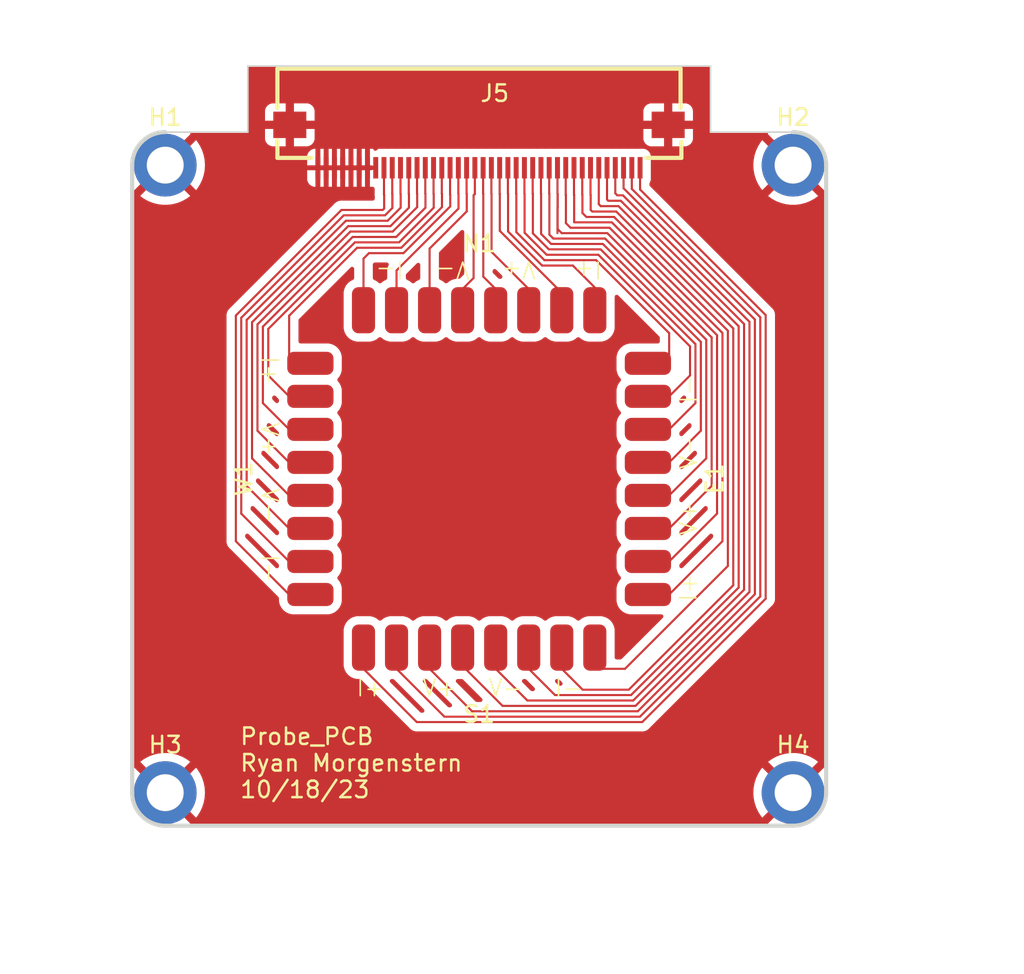
<source format=kicad_pcb>
(kicad_pcb (version 20221018) (generator pcbnew)
  (layers (0 "F.Cu" signal) (31 "B.Cu" signal) (34 "B.Paste" user) (35 "F.Paste" user) (36 "B.SilkS" user "B.Silkscreen") (37 "F.SilkS" user "F.Silkscreen") (38 "B.Mask" user) (39 "F.Mask" user) (44 "Edge.Cuts" user))
  (net 0 "")
  (net 1 "/S_I+")
  (net 2 "/S_V+")
  (net 3 "/S_V-")
  (net 4 "/S_I-")
  (net 5 "/E_I+")
  (net 6 "/E_V+")
  (net 7 "/E_V-")
  (net 8 "/E_I-")
  (net 9 "/W_I+")
  (net 10 "/W_V+")
  (net 11 "/W_V-")
  (net 12 "/W_I-")
  (net 13 "/N_I+")
  (net 14 "/N_V+")
  (net 15 "/N_V-")
  (net 16 "/N_I-")
  (net 17 "Net-(E1-Pin_2)")
  (net 18 "Net-(E1-Pin_4)")
  (net 19 "Net-(E1-Pin_6)")
  (net 20 "Net-(E1-Pin_8)")
  (net 21 "Net-(J5-Pin_18)")
  (net 22 "Net-(J5-Pin_20)")
  (net 23 "Net-(J5-Pin_22)")
  (net 24 "Net-(J5-Pin_24)")
  (net 25 "Net-(J5-Pin_2)")
  (net 26 "Net-(J5-Pin_4)")
  (net 27 "Net-(J5-Pin_6)")
  (net 28 "Net-(J5-Pin_8)")
  (net 29 "GND")
  (net 30 "Net-(J5-Pin_26)")
  (net 31 "Net-(J5-Pin_28)")
  (net 32 "Net-(J5-Pin_30)")
  (net 33 "Net-(J5-Pin_32)")
  (footprint "MountingHole:MountingHole_2.2mm_M2_DIN965_Pad" (layer "F.Cu") (at 19 -19)
    (fp_text reference "H2" (at 0 -2.9) (layer "F.SilkS"))
    (fp_text value "MountingHole_Pad")
    (pad "1" thru_hole circle (at 0 0) (size 3.8 3.8) (drill 2.2) (layers "*.Cu" "*.Mask") (net 29 "GND"))
  )
  (footprint "0_led_probe_footprint_lib:wirebond_8x_0.6x2cm" (layer "F.Cu") (at 0 0)
    (fp_text reference "S1" (at 0 14.25) (layer "F.SilkS"))
    (fp_text value "Conn_01x08")
    (fp_text user "V+" (at -3.5 13.25 unlocked) (layer "F.SilkS") (effects (font (thickness 0.1)) (justify left bottom)))
    (fp_text user "I-" (at 4.5 13.25 unlocked) (layer "F.SilkS") (effects (font (thickness 0.1)) (justify left bottom)))
    (fp_text user "I+" (at -7.5 13.25 unlocked) (layer "F.SilkS") (effects (font (thickness 0.1)) (justify left bottom)))
    (fp_text user "V-" (at 0.5 13.25 unlocked) (layer "F.SilkS") (effects (font (thickness 0.1)) (justify left bottom)))
    (pad "1" smd roundrect (at -7 10.2145) (size 1.4 2.8) (layers "F.Cu" "F.Paste" "F.Mask") (roundrect_rratio 0.2857142857) (net 1 "/S_I+"))
    (pad "2" smd roundrect (at -5 10.2145) (size 1.4 2.8) (layers "F.Cu" "F.Paste" "F.Mask") (roundrect_rratio 0.2857142857) (net 25 "Net-(J5-Pin_2)"))
    (pad "3" smd roundrect (at -3 10.2145) (size 1.4 2.8) (layers "F.Cu" "F.Paste" "F.Mask") (roundrect_rratio 0.2857142857) (net 2 "/S_V+"))
    (pad "4" smd roundrect (at -1 10.2145) (size 1.4 2.8) (layers "F.Cu" "F.Paste" "F.Mask") (roundrect_rratio 0.2857142857) (net 26 "Net-(J5-Pin_4)"))
    (pad "5" smd roundrect (at 1 10.2145) (size 1.4 2.8) (layers "F.Cu" "F.Paste" "F.Mask") (roundrect_rratio 0.2857142857) (net 3 "/S_V-"))
    (pad "6" smd roundrect (at 3 10.2145) (size 1.4 2.8) (layers "F.Cu" "F.Paste" "F.Mask") (roundrect_rratio 0.2857142857) (net 27 "Net-(J5-Pin_6)"))
    (pad "7" smd roundrect (at 5 10.2145) (size 1.4 2.8) (layers "F.Cu" "F.Paste" "F.Mask") (roundrect_rratio 0.2857142857) (net 4 "/S_I-"))
    (pad "8" smd roundrect (at 7 10.2145) (size 1.4 2.8) (layers "F.Cu" "F.Paste" "F.Mask") (roundrect_rratio 0.2857142857) (net 28 "Net-(J5-Pin_8)"))
  )
  (footprint "0_led_probe_footprint_lib:wirebond_8x_0.6x2cm" (layer "F.Cu") (at 0 0 90)
    (fp_text reference "E1" (at 0 14.25 90) (layer "F.SilkS"))
    (fp_text value "Conn_01x08")
    (fp_text user "I-" (at 4.5 13.25 90 unlocked) (layer "F.SilkS") (effects (font (thickness 0.1)) (justify left bottom)))
    (fp_text user "V-" (at 0.5 13.25 90 unlocked) (layer "F.SilkS") (effects (font (thickness 0.1)) (justify left bottom)))
    (fp_text user "V+" (at -3.5 13.25 90 unlocked) (layer "F.SilkS") (effects (font (thickness 0.1)) (justify left bottom)))
    (fp_text user "I+" (at -7.5 13.25 90 unlocked) (layer "F.SilkS") (effects (font (thickness 0.1)) (justify left bottom)))
    (pad "1" smd roundrect (at -7 10.2145 90) (size 1.4 2.8) (layers "F.Cu" "F.Paste" "F.Mask") (roundrect_rratio 0.2857142857) (net 5 "/E_I+"))
    (pad "2" smd roundrect (at -5 10.2145 90) (size 1.4 2.8) (layers "F.Cu" "F.Paste" "F.Mask") (roundrect_rratio 0.2857142857) (net 17 "Net-(E1-Pin_2)"))
    (pad "3" smd roundrect (at -3 10.2145 90) (size 1.4 2.8) (layers "F.Cu" "F.Paste" "F.Mask") (roundrect_rratio 0.2857142857) (net 6 "/E_V+"))
    (pad "4" smd roundrect (at -1 10.2145 90) (size 1.4 2.8) (layers "F.Cu" "F.Paste" "F.Mask") (roundrect_rratio 0.2857142857) (net 18 "Net-(E1-Pin_4)"))
    (pad "5" smd roundrect (at 1 10.2145 90) (size 1.4 2.8) (layers "F.Cu" "F.Paste" "F.Mask") (roundrect_rratio 0.2857142857) (net 7 "/E_V-"))
    (pad "6" smd roundrect (at 3 10.2145 90) (size 1.4 2.8) (layers "F.Cu" "F.Paste" "F.Mask") (roundrect_rratio 0.2857142857) (net 19 "Net-(E1-Pin_6)"))
    (pad "7" smd roundrect (at 5 10.2145 90) (size 1.4 2.8) (layers "F.Cu" "F.Paste" "F.Mask") (roundrect_rratio 0.2857142857) (net 8 "/E_I-"))
    (pad "8" smd roundrect (at 7 10.2145 90) (size 1.4 2.8) (layers "F.Cu" "F.Paste" "F.Mask") (roundrect_rratio 0.2857142857) (net 20 "Net-(E1-Pin_8)"))
  )
  (footprint "0_led_probe_footprint_lib:wirebond_8x_0.6x2cm" (layer "F.Cu") (at 0 0 -90)
    (fp_text reference "W1" (at 0 14.25 -90) (layer "F.SilkS"))
    (fp_text value "Conn_01x08")
    (fp_text user "V+" (at -3.5 13.25 -90 unlocked) (layer "F.SilkS") (effects (font (thickness 0.1)) (justify left bottom)))
    (fp_text user "V-" (at 0.5 13.25 -90 unlocked) (layer "F.SilkS") (effects (font (thickness 0.1)) (justify left bottom)))
    (fp_text user "I+" (at -7.5 13.25 -90 unlocked) (layer "F.SilkS") (effects (font (thickness 0.1)) (justify left bottom)))
    (fp_text user "I-" (at 4.5 13.25 -90 unlocked) (layer "F.SilkS") (effects (font (thickness 0.1)) (justify left bottom)))
    (pad "1" smd roundrect (at -7 10.2145 270) (size 1.4 2.8) (layers "F.Cu" "F.Paste" "F.Mask") (roundrect_rratio 0.2857142857) (net 9 "/W_I+"))
    (pad "2" smd roundrect (at -5 10.2145 270) (size 1.4 2.8) (layers "F.Cu" "F.Paste" "F.Mask") (roundrect_rratio 0.2857142857) (net 30 "Net-(J5-Pin_26)"))
    (pad "3" smd roundrect (at -3 10.2145 270) (size 1.4 2.8) (layers "F.Cu" "F.Paste" "F.Mask") (roundrect_rratio 0.2857142857) (net 10 "/W_V+"))
    (pad "4" smd roundrect (at -1 10.2145 270) (size 1.4 2.8) (layers "F.Cu" "F.Paste" "F.Mask") (roundrect_rratio 0.2857142857) (net 31 "Net-(J5-Pin_28)"))
    (pad "5" smd roundrect (at 1 10.2145 270) (size 1.4 2.8) (layers "F.Cu" "F.Paste" "F.Mask") (roundrect_rratio 0.2857142857) (net 11 "/W_V-"))
    (pad "6" smd roundrect (at 3 10.2145 270) (size 1.4 2.8) (layers "F.Cu" "F.Paste" "F.Mask") (roundrect_rratio 0.2857142857) (net 32 "Net-(J5-Pin_30)"))
    (pad "7" smd roundrect (at 5 10.2145 270) (size 1.4 2.8) (layers "F.Cu" "F.Paste" "F.Mask") (roundrect_rratio 0.2857142857) (net 12 "/W_I-"))
    (pad "8" smd roundrect (at 7 10.2145 270) (size 1.4 2.8) (layers "F.Cu" "F.Paste" "F.Mask") (roundrect_rratio 0.2857142857) (net 33 "Net-(J5-Pin_32)"))
  )
  (footprint "0_led_probe_footprint_lib:wirebond_8x_0.6x2cm" (layer "F.Cu") (at 0 0 180)
    (fp_text reference "N1" (at 0 14.25 180) (layer "F.SilkS"))
    (fp_text value "Conn_01x08")
    (fp_text user "I+" (at -7.5 13.25 180 unlocked) (layer "F.SilkS") (effects (font (thickness 0.1)) (justify left bottom)))
    (fp_text user "I-" (at 4.5 13.25 180 unlocked) (layer "F.SilkS") (effects (font (thickness 0.1)) (justify left bottom)))
    (fp_text user "V+" (at -3.5 13.25 180 unlocked) (layer "F.SilkS") (effects (font (thickness 0.1)) (justify left bottom)))
    (fp_text user "V-" (at 0.5 13.25 180 unlocked) (layer "F.SilkS") (effects (font (thickness 0.1)) (justify left bottom)))
    (pad "1" smd roundrect (at -7 10.2145 180) (size 1.4 2.8) (layers "F.Cu" "F.Paste" "F.Mask") (roundrect_rratio 0.2857142857) (net 13 "/N_I+"))
    (pad "2" smd roundrect (at -5 10.2145 180) (size 1.4 2.8) (layers "F.Cu" "F.Paste" "F.Mask") (roundrect_rratio 0.2857142857) (net 21 "Net-(J5-Pin_18)"))
    (pad "3" smd roundrect (at -3 10.2145 180) (size 1.4 2.8) (layers "F.Cu" "F.Paste" "F.Mask") (roundrect_rratio 0.2857142857) (net 14 "/N_V+"))
    (pad "4" smd roundrect (at -1 10.2145 180) (size 1.4 2.8) (layers "F.Cu" "F.Paste" "F.Mask") (roundrect_rratio 0.2857142857) (net 22 "Net-(J5-Pin_20)"))
    (pad "5" smd roundrect (at 1 10.2145 180) (size 1.4 2.8) (layers "F.Cu" "F.Paste" "F.Mask") (roundrect_rratio 0.2857142857) (net 15 "/N_V-"))
    (pad "6" smd roundrect (at 3 10.2145 180) (size 1.4 2.8) (layers "F.Cu" "F.Paste" "F.Mask") (roundrect_rratio 0.2857142857) (net 23 "Net-(J5-Pin_22)"))
    (pad "7" smd roundrect (at 5 10.2145 180) (size 1.4 2.8) (layers "F.Cu" "F.Paste" "F.Mask") (roundrect_rratio 0.2857142857) (net 16 "/N_I-"))
    (pad "8" smd roundrect (at 7 10.2145 180) (size 1.4 2.8) (layers "F.Cu" "F.Paste" "F.Mask") (roundrect_rratio 0.2857142857) (net 24 "Net-(J5-Pin_24)"))
  )
  (footprint "MountingHole:MountingHole_2.2mm_M2_DIN965_Pad" (layer "F.Cu") (at 19 19)
    (fp_text reference "H4" (at 0 -2.9) (layer "F.SilkS"))
    (fp_text value "MountingHole_Pad")
    (pad "1" thru_hole circle (at 0 0) (size 3.8 3.8) (drill 2.2) (layers "*.Cu" "*.Mask") (net 29 "GND"))
  )
  (footprint "MountingHole:MountingHole_2.2mm_M2_DIN965_Pad" (layer "F.Cu") (at -19 19)
    (fp_text reference "H3" (at 0 -2.9) (layer "F.SilkS"))
    (fp_text value "MountingHole_Pad")
    (pad "1" thru_hole circle (at 0 0) (size 3.8 3.8) (drill 2.2) (layers "*.Cu" "*.Mask") (net 29 "GND"))
  )
  (footprint "MountingHole:MountingHole_2.2mm_M2_DIN965_Pad" (layer "F.Cu") (at -19 -19)
    (fp_text reference "H1" (at 0 -2.9) (layer "F.SilkS"))
    (fp_text value "MountingHole_Pad")
    (pad "1" thru_hole circle (at 0 0) (size 3.8 3.8) (drill 2.2) (layers "*.Cu" "*.Mask") (net 29 "GND"))
  )
  (footprint "0_led_probe_footprint_lib:FPC-SMD_P0.50-40P_FGS-XJ-H2.0" (layer "F.Cu") (at -0.01 -20.14)
    (fp_text reference "J5" (at 0 -3.207) (layer "F.SilkS") (effects (justify left)))
    (fp_text value "Conn_01x40")
    (fp_line (start -12.2 -4.7) (end 12.2 -4.7) (stroke (width 0.254)) (layer "F.SilkS"))
    (fp_line (start -12.2 -2.331) (end -12.2 -4.7) (stroke (width 0.254)) (layer "F.SilkS"))
    (fp_line (start -12.2 0.7) (end -12.2 -0.35) (stroke (width 0.254)) (layer "F.SilkS"))
    (fp_line (start -10.126 0.7) (end -12.2 0.7) (stroke (width 0.254)) (layer "F.SilkS"))
    (fp_line (start 12.2 -4.7) (end 12.2 -2.331) (stroke (width 0.254)) (layer "F.SilkS"))
    (fp_line (start 12.25 -0.269) (end 12.25 0.7) (stroke (width 0.254)) (layer "F.SilkS"))
    (fp_line (start 12.25 0.7) (end 10.126 0.7) (stroke (width 0.254)) (layer "F.SilkS"))
    (pad "1" smd rect (at 9.75 1.3 180) (size 0.3 1.3) (layers "F.Cu" "F.Paste" "F.Mask") (net 1 "/S_I+"))
    (pad "2" smd rect (at 9.25 1.3 180) (size 0.3 1.3) (layers "F.Cu" "F.Paste" "F.Mask") (net 25 "Net-(J5-Pin_2)"))
    (pad "3" smd rect (at 8.75 1.3 180) (size 0.3 1.3) (layers "F.Cu" "F.Paste" "F.Mask") (net 2 "/S_V+"))
    (pad "4" smd rect (at 8.25 1.3 180) (size 0.3 1.3) (layers "F.Cu" "F.Paste" "F.Mask") (net 26 "Net-(J5-Pin_4)"))
    (pad "5" smd rect (at 7.75 1.3 180) (size 0.3 1.3) (layers "F.Cu" "F.Paste" "F.Mask") (net 3 "/S_V-"))
    (pad "6" smd rect (at 7.25 1.3 180) (size 0.3 1.3) (layers "F.Cu" "F.Paste" "F.Mask") (net 27 "Net-(J5-Pin_6)"))
    (pad "7" smd rect (at 6.75 1.3 180) (size 0.3 1.3) (layers "F.Cu" "F.Paste" "F.Mask") (net 4 "/S_I-"))
    (pad "8" smd rect (at 6.25 1.3 180) (size 0.3 1.3) (layers "F.Cu" "F.Paste" "F.Mask") (net 28 "Net-(J5-Pin_8)"))
    (pad "9" smd rect (at 5.75 1.3 180) (size 0.3 1.3) (layers "F.Cu" "F.Paste" "F.Mask") (net 5 "/E_I+"))
    (pad "10" smd rect (at 5.25 1.3 180) (size 0.3 1.3) (layers "F.Cu" "F.Paste" "F.Mask") (net 17 "Net-(E1-Pin_2)"))
    (pad "11" smd rect (at 4.75 1.3 180) (size 0.3 1.3) (layers "F.Cu" "F.Paste" "F.Mask") (net 6 "/E_V+"))
    (pad "12" smd rect (at 4.25 1.3 180) (size 0.3 1.3) (layers "F.Cu" "F.Paste" "F.Mask") (net 18 "Net-(E1-Pin_4)"))
    (pad "13" smd rect (at 3.75 1.3 180) (size 0.3 1.3) (layers "F.Cu" "F.Paste" "F.Mask") (net 7 "/E_V-"))
    (pad "14" smd rect (at 3.25 1.3 180) (size 0.3 1.3) (layers "F.Cu" "F.Paste" "F.Mask") (net 19 "Net-(E1-Pin_6)"))
    (pad "15" smd rect (at 2.75 1.3 180) (size 0.3 1.3) (layers "F.Cu" "F.Paste" "F.Mask") (net 8 "/E_I-"))
    (pad "16" smd rect (at 2.25 1.3 180) (size 0.3 1.3) (layers "F.Cu" "F.Paste" "F.Mask") (net 20 "Net-(E1-Pin_8)"))
    (pad "17" smd rect (at 1.75 1.3 180) (size 0.3 1.3) (layers "F.Cu" "F.Paste" "F.Mask") (net 13 "/N_I+"))
    (pad "18" smd rect (at 1.25 1.3 180) (size 0.3 1.3) (layers "F.Cu" "F.Paste" "F.Mask") (net 21 "Net-(J5-Pin_18)"))
    (pad "19" smd rect (at 0.75 1.3 180) (size 0.3 1.3) (layers "F.Cu" "F.Paste" "F.Mask") (net 14 "/N_V+"))
    (pad "20" smd rect (at 0.25 1.3 180) (size 0.3 1.3) (layers "F.Cu" "F.Paste" "F.Mask") (net 22 "Net-(J5-Pin_20)"))
    (pad "21" smd rect (at -0.25 1.3 180) (size 0.3 1.3) (layers "F.Cu" "F.Paste" "F.Mask") (net 15 "/N_V-"))
    (pad "22" smd rect (at -0.75 1.3 180) (size 0.3 1.3) (layers "F.Cu" "F.Paste" "F.Mask") (net 23 "Net-(J5-Pin_22)"))
    (pad "23" smd rect (at -1.25 1.3 180) (size 0.3 1.3) (layers "F.Cu" "F.Paste" "F.Mask") (net 16 "/N_I-"))
    (pad "24" smd rect (at -1.75 1.3 180) (size 0.3 1.3) (layers "F.Cu" "F.Paste" "F.Mask") (net 24 "Net-(J5-Pin_24)"))
    (pad "25" smd rect (at -2.25 1.3 180) (size 0.3 1.3) (layers "F.Cu" "F.Paste" "F.Mask") (net 9 "/W_I+"))
    (pad "26" smd rect (at -2.75 1.3 180) (size 0.3 1.3) (layers "F.Cu" "F.Paste" "F.Mask") (net 30 "Net-(J5-Pin_26)"))
    (pad "27" smd rect (at -3.25 1.3 180) (size 0.3 1.3) (layers "F.Cu" "F.Paste" "F.Mask") (net 10 "/W_V+"))
    (pad "28" smd rect (at -3.75 1.3 180) (size 0.3 1.3) (layers "F.Cu" "F.Paste" "F.Mask") (net 31 "Net-(J5-Pin_28)"))
    (pad "29" smd rect (at -4.25 1.3 180) (size 0.3 1.3) (layers "F.Cu" "F.Paste" "F.Mask") (net 11 "/W_V-"))
    (pad "30" smd rect (at -4.75 1.3 180) (size 0.3 1.3) (layers "F.Cu" "F.Paste" "F.Mask") (net 32 "Net-(J5-Pin_30)"))
    (pad "31" smd rect (at -5.25 1.3 180) (size 0.3 1.3) (layers "F.Cu" "F.Paste" "F.Mask") (net 12 "/W_I-"))
    (pad "32" smd rect (at -5.75 1.3 180) (size 0.3 1.3) (layers "F.Cu" "F.Paste" "F.Mask") (net 33 "Net-(J5-Pin_32)"))
    (pad "33" smd rect (at -6.25 1.3 180) (size 0.3 1.3) (layers "F.Cu" "F.Paste" "F.Mask") (net 29 "GND"))
    (pad "34" smd rect (at -6.75 1.3 180) (size 0.3 1.3) (layers "F.Cu" "F.Paste" "F.Mask") (net 29 "GND"))
    (pad "35" smd rect (at -7.25 1.3 180) (size 0.3 1.3) (layers "F.Cu" "F.Paste" "F.Mask") (net 29 "GND"))
    (pad "36" smd rect (at -7.75 1.3 180) (size 0.3 1.3) (layers "F.Cu" "F.Paste" "F.Mask") (net 29 "GND"))
    (pad "37" smd rect (at -8.25 1.3 180) (size 0.3 1.3) (layers "F.Cu" "F.Paste" "F.Mask") (net 29 "GND"))
    (pad "38" smd rect (at -8.75 1.3 180) (size 0.3 1.3) (layers "F.Cu" "F.Paste" "F.Mask") (net 29 "GND"))
    (pad "39" smd rect (at -9.25 1.3 180) (size 0.3 1.3) (layers "F.Cu" "F.Paste" "F.Mask") (net 29 "GND"))
    (pad "40" smd rect (at -9.75 1.3 180) (size 0.3 1.3) (layers "F.Cu" "F.Paste" "F.Mask") (net 29 "GND"))
    (pad "41" smd rect (at -11.45 -1.3 90) (size 1.6 2) (layers "F.Cu" "F.Paste" "F.Mask") (net 29 "GND"))
    (pad "42" smd rect (at 11.45 -1.3 90) (size 1.6 2) (layers "F.Cu" "F.Paste" "F.Mask") (net 29 "GND"))
  )
  (gr_arc (start 19 -21) (mid 20.414214 -20.414214) (end 21 -19) (stroke (width 0.25)) (layer "Edge.Cuts"))
  (gr_circle (center -19 19) (end -18 19) (stroke (width 0.25)) (fill none) (layer "Edge.Cuts"))
  (gr_arc (start 21 19) (mid 20.414214 20.414214) (end 19 21) (stroke (width 0.25)) (layer "Edge.Cuts"))
  (gr_arc (start -19 21) (mid -20.414214 20.414214) (end -21 19) (stroke (width 0.25)) (layer "Edge.Cuts"))
  (gr_line (start -14 -25) (end 14 -25) (stroke (width 0.1)) (layer "Edge.Cuts"))
  (gr_line (start -21 -19) (end -21 19) (stroke (width 0.25)) (layer "Edge.Cuts"))
  (gr_line (start -19 21) (end 19 21) (stroke (width 0.25)) (layer "Edge.Cuts"))
  (gr_line (start -14 -21) (end -19 -21) (stroke (width 0.1)) (layer "Edge.Cuts"))
  (gr_line (start -14 -21) (end -14 -25) (stroke (width 0.1)) (layer "Edge.Cuts"))
  (gr_circle (center 19 19) (end 20 19) (stroke (width 0.25)) (fill none) (layer "Edge.Cuts"))
  (gr_circle (center 19 -19) (end 20 -19) (stroke (width 0.25)) (fill none) (layer "Edge.Cuts"))
  (gr_line (start 21 19) (end 21 -19) (stroke (width 0.25)) (layer "Edge.Cuts"))
  (gr_circle (center -19 -19) (end -18 -19) (stroke (width 0.25)) (fill none) (layer "Edge.Cuts"))
  (gr_line (start 14 -25) (end 14 -21) (stroke (width 0.1)) (layer "Edge.Cuts"))
  (gr_arc (start -21 -19) (mid -20.414214 -20.414214) (end -19 -21) (stroke (width 0.25)) (layer "Edge.Cuts"))
  (gr_line (start 19 -21) (end 14 -21) (stroke (width 0.1)) (layer "Edge.Cuts"))
  (gr_text "Probe_PCB\nRyan Morgenstern\n10/18/23" (at -14.55 19.4) (layer "F.SilkS") (effects (font (size 1 1)) (justify left bottom)))
  (segment (start 9.74 -17.52372) (end 9.74 -18.84) (width 0.127) (layer "F.Cu") (net 1))
  (segment (start 9.869188 14.7255) (end 17.3415 7.253188) (width 0.127) (layer "F.Cu") (net 1))
  (segment (start -7 11.5) (end -3.7745 14.7255) (width 0.127) (layer "F.Cu") (net 1))
  (segment (start 17.3415 7.253188) (end 17.3415 -9.92222) (width 0.127) (layer "F.Cu") (net 1))
  (segment (start 17.3415 -9.92222) (end 9.74 -17.52372) (width 0.127) (layer "F.Cu") (net 1))
  (segment (start -7 9.7145) (end -7 11.5) (width 0.127) (layer "F.Cu") (net 1))
  (segment (start -3.7745 14.7255) (end 9.869188 14.7255) (width 0.127) (layer "F.Cu") (net 1))
  (segment (start 8.74 -18.84) (end 8.74 -17.598824) (width 0.127) (layer "F.Cu") (net 2))
  (segment (start 16.6875 -9.651324) (end 16.6875 6.982292) (width 0.127) (layer "F.Cu") (net 2))
  (segment (start -3 11.5) (end -3 9.7145) (width 0.127) (layer "F.Cu") (net 2))
  (segment (start 9.598292 14.0715) (end -0.4285 14.0715) (width 0.127) (layer "F.Cu") (net 2))
  (segment (start 16.6875 6.982292) (end 9.598292 14.0715) (width 0.127) (layer "F.Cu") (net 2))
  (segment (start -0.4285 14.0715) (end -3 11.5) (width 0.127) (layer "F.Cu") (net 2))
  (segment (start 8.74 -17.598824) (end 16.6875 -9.651324) (width 0.127) (layer "F.Cu") (net 2))
  (segment (start 9.327396 13.4175) (end 16.0335 6.711396) (width 0.127) (layer "F.Cu") (net 3))
  (segment (start 1 11.5) (end 2.9175 13.4175) (width 0.127) (layer "F.Cu") (net 3))
  (segment (start 2.9175 13.4175) (end 9.327396 13.4175) (width 0.127) (layer "F.Cu") (net 3))
  (segment (start 1 9.7145) (end 1 11.5) (width 0.127) (layer "F.Cu") (net 3))
  (segment (start 16.0335 -9.380428) (end 8.569928 -16.844) (width 0.127) (layer "F.Cu") (net 3))
  (segment (start 16.0335 6.711396) (end 16.0335 -9.380428) (width 0.127) (layer "F.Cu") (net 3))
  (segment (start 8.569928 -16.844) (end 7.81 -16.844) (width 0.127) (layer "F.Cu") (net 3))
  (segment (start 7.74 -16.914) (end 7.74 -18.84) (width 0.127) (layer "F.Cu") (net 3))
  (segment (start 7.81 -16.844) (end 7.74 -16.914) (width 0.127) (layer "F.Cu") (net 3))
  (segment (start 9.0565 12.7635) (end 15.3795 6.4405) (width 0.127) (layer "F.Cu") (net 4))
  (segment (start 15.3795 6.4405) (end 15.3795 -9.109532) (width 0.127) (layer "F.Cu") (net 4))
  (segment (start 6.2635 12.7635) (end 9.0565 12.7635) (width 0.127) (layer "F.Cu") (net 4))
  (segment (start 5 11.5) (end 6.2635 12.7635) (width 0.127) (layer "F.Cu") (net 4))
  (segment (start 6.85 -16.19) (end 6.75 -16.29) (width 0.127) (layer "F.Cu") (net 4))
  (segment (start 8.299032 -16.19) (end 6.85 -16.19) (width 0.127) (layer "F.Cu") (net 4))
  (segment (start 15.3795 -9.109532) (end 8.299032 -16.19) (width 0.127) (layer "F.Cu") (net 4))
  (segment (start 6.74 -18.84) (end 6.74 -17.21) (width 0.127) (layer "F.Cu") (net 4))
  (segment (start 5 11.5) (end 5 9.7145) (width 0.127) (layer "F.Cu") (net 4))
  (segment (start 6.75 -16.29) (end 6.75 -17.2) (width 0.127) (layer "F.Cu") (net 4))
  (segment (start 6.74 -17.21) (end 6.75 -17.2) (width 0.127) (layer "F.Cu") (net 4))
  (segment (start 14.7255 3.7745) (end 11.5 7) (width 0.127) (layer "F.Cu") (net 5))
  (segment (start 5.75 -15.556) (end 5.77 -15.536) (width 0.127) (layer "F.Cu") (net 5))
  (segment (start 8.028136 -15.536) (end 14.7255 -8.838636) (width 0.127) (layer "F.Cu") (net 5))
  (segment (start 14.7255 -8.838636) (end 14.7255 3.7745) (width 0.127) (layer "F.Cu") (net 5))
  (segment (start 11.5 7) (end 9.7145 7) (width 0.127) (layer "F.Cu") (net 5))
  (segment (start 5.74 -18.84) (end 5.74 -17.21) (width 0.127) (layer "F.Cu") (net 5))
  (segment (start 5.75 -17.2) (end 5.75 -15.556) (width 0.127) (layer "F.Cu") (net 5))
  (segment (start 5.74 -17.21) (end 5.75 -17.2) (width 0.127) (layer "F.Cu") (net 5))
  (segment (start 5.77 -15.536) (end 8.028136 -15.536) (width 0.127) (layer "F.Cu") (net 5))
  (segment (start 4.74 -17.2715) (end 4.74 -18.84) (width 0.127) (layer "F.Cu") (net 6))
  (segment (start 14.0715 -8.56774) (end 14.0715 0.4285) (width 0.127) (layer "F.Cu") (net 6))
  (segment (start 4.75 -17.2615) (end 4.74 -17.2715) (width 0.127) (layer "F.Cu") (net 6))
  (segment (start 4.75 -17.2615) (end 4.75 -16.4345) (width 0.127) (layer "F.Cu") (net 6))
  (segment (start 4.75 -16.4345) (end 4.74 -16.4245) (width 0.127) (layer "F.Cu") (net 6))
  (segment (start 4.75 -17.2615) (end 4.75 -15.132) (width 0.127) (layer "F.Cu") (net 6))
  (segment (start 11.5 3) (end 9.7145 3) (width 0.127) (layer "F.Cu") (net 6))
  (segment (start 4.74 -16.4245) (end 4.74 -14.882) (width 0.127) (layer "F.Cu") (net 6))
  (segment (start 7.75724 -14.882) (end 14.0715 -8.56774) (width 0.127) (layer "F.Cu") (net 6))
  (segment (start 4.75 -15.132) (end 5 -14.882) (width 0.127) (layer "F.Cu") (net 6))
  (segment (start 14.0715 0.4285) (end 11.5 3) (width 0.127) (layer "F.Cu") (net 6))
  (segment (start 5 -14.882) (end 7.75724 -14.882) (width 0.127) (layer "F.Cu") (net 6))
  (segment (start 11.5 -1) (end 9.7145 -1) (width 0.127) (layer "F.Cu") (net 7))
  (segment (start 3.75 -17.2615) (end 3.74 -17.2715) (width 0.127) (layer "F.Cu") (net 7))
  (segment (start 3.74 -17.2715) (end 3.74 -18.84) (width 0.127) (layer "F.Cu") (net 7))
  (segment (start 13.4175 -8.296844) (end 13.4175 -2.9175) (width 0.127) (layer "F.Cu") (net 7))
  (segment (start 3.75 -14.83224) (end 4.35424 -14.228) (width 0.127) (layer "F.Cu") (net 7))
  (segment (start 3.75 -17.2615) (end 3.75 -14.83224) (width 0.127) (layer "F.Cu") (net 7))
  (segment (start 4.35424 -14.228) (end 7.486344 -14.228) (width 0.127) (layer "F.Cu") (net 7))
  (segment (start 7.486344 -14.228) (end 13.4175 -8.296844) (width 0.127) (layer "F.Cu") (net 7))
  (segment (start 13.4175 -2.9175) (end 11.5 -1) (width 0.127) (layer "F.Cu") (net 7))
  (segment (start 7.215448 -13.574) (end 12.7635 -8.025948) (width 0.127) (layer "F.Cu") (net 8))
  (segment (start 2.75 -17.2615) (end 2.74 -17.2715) (width 0.127) (layer "F.Cu") (net 8))
  (segment (start 12.7635 -6.2635) (end 11.5 -5) (width 0.127) (layer "F.Cu") (net 8))
  (segment (start 11.5 -5) (end 9.7145 -5) (width 0.127) (layer "F.Cu") (net 8))
  (segment (start 12.7635 -8.025948) (end 12.7635 -6.2635) (width 0.127) (layer "F.Cu") (net 8))
  (segment (start 2.75 -17.2615) (end 2.75 -14.907344) (width 0.127) (layer "F.Cu") (net 8))
  (segment (start 2.74 -17.2715) (end 2.74 -18.84) (width 0.127) (layer "F.Cu") (net 8))
  (segment (start 4.083344 -13.574) (end 7.215448 -13.574) (width 0.127) (layer "F.Cu") (net 8))
  (segment (start 2.75 -14.907344) (end 4.083344 -13.574) (width 0.127) (layer "F.Cu") (net 8))
  (segment (start -11.5 -9.883552) (end -7.386052 -13.9975) (width 0.127) (layer "F.Cu") (net 9))
  (segment (start -2.26 -17.2715) (end -2.25 -17.2615) (width 0.127) (layer "F.Cu") (net 9))
  (segment (start -9.7145 -7) (end -11.25 -7) (width 0.127) (layer "F.Cu") (net 9))
  (segment (start -4.713052 -13.9975) (end -2.25 -16.460552) (width 0.127) (layer "F.Cu") (net 9))
  (segment (start -2.26 -18.84) (end -2.26 -17.2715) (width 0.127) (layer "F.Cu") (net 9))
  (segment (start -11.25 -7) (end -11.5 -7.25) (width 0.127) (layer "F.Cu") (net 9))
  (segment (start -11.5 -7.25) (end -11.5 -9.883552) (width 0.127) (layer "F.Cu") (net 9))
  (segment (start -7.386052 -13.9975) (end -4.713052 -13.9975) (width 0.127) (layer "F.Cu") (net 9))
  (segment (start -2.25 -16.460552) (end -2.25 -17.2615) (width 0.127) (layer "F.Cu") (net 9))
  (segment (start -3.25 -16.423) (end -3.25 -17.2615) (width 0.127) (layer "F.Cu") (net 10))
  (segment (start -3.26 -17.2715) (end -3.25 -17.2615) (width 0.127) (layer "F.Cu") (net 10))
  (segment (start -3.26 -18.84) (end -3.26 -17.2715) (width 0.127) (layer "F.Cu") (net 10))
  (segment (start -13.0905 -4.5905) (end -13.0905 -9.217948) (width 0.127) (layer "F.Cu") (net 10))
  (segment (start -11.5 -3) (end -13.0905 -4.5905) (width 0.127) (layer "F.Cu") (net 10))
  (segment (start -13.0905 -9.217948) (end -7.656948 -14.6515) (width 0.127) (layer "F.Cu") (net 10))
  (segment (start -11.5 -3) (end -9.7145 -3) (width 0.127) (layer "F.Cu") (net 10))
  (segment (start -7.656948 -14.6515) (end -5.0215 -14.6515) (width 0.127) (layer "F.Cu") (net 10))
  (segment (start -5.0215 -14.6515) (end -3.25 -16.423) (width 0.127) (layer "F.Cu") (net 10))
  (segment (start -5.3675 -15.3055) (end -4.25 -16.423) (width 0.127) (layer "F.Cu") (net 11))
  (segment (start -4.26 -18.84) (end -4.26 -17.2715) (width 0.127) (layer "F.Cu") (net 11))
  (segment (start -13.7445 -9.488844) (end -7.927844 -15.3055) (width 0.127) (layer "F.Cu") (net 11))
  (segment (start -11.5 1) (end -9.7145 1) (width 0.127) (layer "F.Cu") (net 11))
  (segment (start -4.26 -17.2715) (end -4.25 -17.2615) (width 0.127) (layer "F.Cu") (net 11))
  (segment (start -7.927844 -15.3055) (end -5.3675 -15.3055) (width 0.127) (layer "F.Cu") (net 11))
  (segment (start -13.7445 -1.2445) (end -13.7445 -9.488844) (width 0.127) (layer "F.Cu") (net 11))
  (segment (start -11.5 1) (end -13.7445 -1.2445) (width 0.127) (layer "F.Cu") (net 11))
  (segment (start -4.25 -16.423) (end -4.25 -17.2615) (width 0.127) (layer "F.Cu") (net 11))
  (segment (start -8.19874 -15.9595) (end -5.701052 -15.9595) (width 0.127) (layer "F.Cu") (net 12))
  (segment (start -5.26 -17.2715) (end -5.25 -17.2615) (width 0.127) (layer "F.Cu") (net 12))
  (segment (start -11.5 5) (end -9.7145 5) (width 0.127) (layer "F.Cu") (net 12))
  (segment (start -14.3985 -9.75974) (end -8.19874 -15.9595) (width 0.127) (layer "F.Cu") (net 12))
  (segment (start -5.25 -16.410552) (end -5.25 -17.2) (width 0.127) (layer "F.Cu") (net 12))
  (segment (start -11.5 5) (end -14.3985 2.1015) (width 0.127) (layer "F.Cu") (net 12))
  (segment (start -5.26 -18.84) (end -5.26 -17.2715) (width 0.127) (layer "F.Cu") (net 12))
  (segment (start -14.3985 2.1015) (end -14.3985 -9.75974) (width 0.127) (layer "F.Cu") (net 12))
  (segment (start -5.25 -16.472052) (end -5.25 -17.2615) (width 0.127) (layer "F.Cu") (net 12))
  (segment (start -5.701052 -15.9595) (end -5.25 -16.410552) (width 0.127) (layer "F.Cu") (net 12))
  (segment (start 1.75 -14.982448) (end 3.812448 -12.92) (width 0.127) (layer "F.Cu") (net 13))
  (segment (start 1.75 -17.2615) (end 1.75 -14.982448) (width 0.127) (layer "F.Cu") (net 13))
  (segment (start 5.67 -12.92) (end 7 -11.59) (width 0.127) (layer "F.Cu") (net 13))
  (segment (start 1.74 -17.2715) (end 1.75 -17.2615) (width 0.127) (layer "F.Cu") (net 13))
  (segment (start 3.812448 -12.92) (end 5.67 -12.92) (width 0.127) (layer "F.Cu") (net 13))
  (segment (start 7 -11.59) (end 7 -9.7145) (width 0.127) (layer "F.Cu") (net 13))
  (segment (start 1.74 -18.84) (end 1.74 -17.2715) (width 0.127) (layer "F.Cu") (net 13))
  (segment (start 0.75 -13.75) (end 0.75 -17.2615) (width 0.127) (layer "F.Cu") (net 14))
  (segment (start 3 -11.5) (end 0.75 -13.75) (width 0.127) (layer "F.Cu") (net 14))
  (segment (start 0.74 -17.2715) (end 0.74 -18.84) (width 0.127) (layer "F.Cu") (net 14))
  (segment (start 0.75 -17.2615) (end 0.74 -17.2715) (width 0.127) (layer "F.Cu") (net 14))
  (segment (start 3 -11.5) (end 3 -9.7145) (width 0.127) (layer "F.Cu") (net 14))
  (segment (start -1 -11.5) (end -1 -9.7145) (width 0.127) (layer "F.Cu") (net 15))
  (segment (start -0.3365 -12.1635) (end -0.3365 -17.175) (width 0.127) (layer "F.Cu") (net 15))
  (segment (start -0.26 -17.2715) (end -0.26 -18.84) (width 0.127) (layer "F.Cu") (net 15))
  (segment (start -0.25 -17.2615) (end -0.26 -17.2715) (width 0.127) (layer "F.Cu") (net 15))
  (segment (start -0.3365 -17.175) (end -0.25 -17.2615) (width 0.127) (layer "F.Cu") (net 15))
  (segment (start -1 -11.5) (end -0.3365 -12.1635) (width 0.127) (layer "F.Cu") (net 15))
  (segment (start -1.26 -17.2715) (end -1.25 -17.2615) (width 0.127) (layer "F.Cu") (net 16))
  (segment (start -1.26 -18.84) (end -1.26 -17.2715) (width 0.127) (layer "F.Cu") (net 16))
  (segment (start -1.25 -17.2615) (end -1.25 -16.373) (width 0.127) (layer "F.Cu") (net 16))
  (segment (start -1.25 -16.373) (end -5 -12.623) (width 0.127) (layer "F.Cu") (net 16))
  (segment (start -5 -12.623) (end -5 -9.7145) (width 0.127) (layer "F.Cu") (net 16))
  (segment (start 14.3985 2.1015) (end 14.3985 -8.703188) (width 0.127) (layer "F.Cu") (net 17))
  (segment (start 14.3985 -8.703188) (end 7.892688 -15.209) (width 0.127) (layer "F.Cu") (net 17))
  (segment (start 11.5 5) (end 9.7145 5) (width 0.127) (layer "F.Cu") (net 17))
  (segment (start 5.53 -15.209) (end 5.25 -15.489) (width 0.127) (layer "F.Cu") (net 17))
  (segment (start 7.892688 -15.209) (end 5.53 -15.209) (width 0.127) (layer "F.Cu") (net 17))
  (segment (start 5.25 -15.489) (end 5.25 -17.2) (width 0.127) (layer "F.Cu") (net 17))
  (segment (start 5.24 -18.84) (end 5.24 -17.21) (width 0.127) (layer "F.Cu") (net 17))
  (segment (start 11.5 5) (end 14.3985 2.1015) (width 0.127) (layer "F.Cu") (net 17))
  (segment (start 5.24 -17.21) (end 5.25 -17.2) (width 0.127) (layer "F.Cu") (net 17))
  (segment (start 7.621792 -14.555) (end 13.7445 -8.432292) (width 0.127) (layer "F.Cu") (net 18))
  (segment (start 4.25 -14.794688) (end 4.489688 -14.555) (width 0.127) (layer "F.Cu") (net 18))
  (segment (start 13.7445 -1.2445) (end 11.5 1) (width 0.127) (layer "F.Cu") (net 18))
  (segment (start 13.7445 -8.432292) (end 13.7445 -1.2445) (width 0.127) (layer "F.Cu") (net 18))
  (segment (start 4.25 -17.2615) (end 4.25 -14.794688) (width 0.127) (layer "F.Cu") (net 18))
  (segment (start 4.489688 -14.555) (end 7.621792 -14.555) (width 0.127) (layer "F.Cu") (net 18))
  (segment (start 4.24 -17.2715) (end 4.25 -17.2615) (width 0.127) (layer "F.Cu") (net 18))
  (segment (start 4.24 -18.84) (end 4.24 -17.2715) (width 0.127) (layer "F.Cu") (net 18))
  (segment (start 11.5 1) (end 9.7145 1) (width 0.127) (layer "F.Cu") (net 18))
  (segment (start 13.0905 -8.161396) (end 13.0905 -4.5905) (width 0.127) (layer "F.Cu") (net 19))
  (segment (start 3.24 -18.84) (end 3.24 -17.2715) (width 0.127) (layer "F.Cu") (net 19))
  (segment (start 3.25 -17.2615) (end 3.25 -14.869792) (width 0.127) (layer "F.Cu") (net 19))
  (segment (start 4.218792 -13.901) (end 7.350896 -13.901) (width 0.127) (layer "F.Cu") (net 19))
  (segment (start 3.25 -14.869792) (end 4.218792 -13.901) (width 0.127) (layer "F.Cu") (net 19))
  (segment (start 7.350896 -13.901) (end 13.0905 -8.161396) (width 0.127) (layer "F.Cu") (net 19))
  (segment (start 3.24 -17.2715) (end 3.25 -17.2615) (width 0.127) (layer "F.Cu") (net 19))
  (segment (start 11.5 -3) (end 9.7145 -3) (width 0.127) (layer "F.Cu") (net 19))
  (segment (start 13.0905 -4.5905) (end 11.5 -3) (width 0.127) (layer "F.Cu") (net 19))
  (segment (start 7.08 -13.247) (end 11.5 -8.827) (width 0.127) (layer "F.Cu") (net 20))
  (segment (start 2.25 -14.944896) (end 3.947896 -13.247) (width 0.127) (layer "F.Cu") (net 20))
  (segment (start 11.5 -7) (end 9.7145 -7) (width 0.127) (layer "F.Cu") (net 20))
  (segment (start 3.947896 -13.247) (end 7.08 -13.247) (width 0.127) (layer "F.Cu") (net 20))
  (segment (start 2.25 -17.2615) (end 2.25 -14.944896) (width 0.127) (layer "F.Cu") (net 20))
  (segment (start 11.5 -8.827) (end 11.5 -7) (width 0.127) (layer "F.Cu") (net 20))
  (segment (start 2.24 -18.84) (end 2.24 -17.2715) (width 0.127) (layer "F.Cu") (net 20))
  (segment (start 2.24 -17.2715) (end 2.25 -17.2615) (width 0.127) (layer "F.Cu") (net 20))
  (segment (start 1.25 -15.02) (end 1.25 -17.2615) (width 0.127) (layer "F.Cu") (net 21))
  (segment (start 1.24 -17.2715) (end 1.24 -18.84) (width 0.127) (layer "F.Cu") (net 21))
  (segment (start 5 -9.7145) (end 5 -11.27) (width 0.127) (layer "F.Cu") (net 21))
  (segment (start 1.25 -17.2615) (end 1.24 -17.2715) (width 0.127) (layer "F.Cu") (net 21))
  (segment (start 5 -11.27) (end 1.25 -15.02) (width 0.127) (layer "F.Cu") (net 21))
  (segment (start 0.24 -17.2715) (end 0.25 -17.2615) (width 0.127) (layer "F.Cu") (net 22))
  (segment (start 0.24 -18.84) (end 0.24 -17.2715) (width 0.127) (layer "F.Cu") (net 22))
  (segment (start 0.25 -12.25) (end 1 -11.5) (width 0.127) (layer "F.Cu") (net 22))
  (segment (start 0.25 -17.2615) (end 0.25 -12.25) (width 0.127) (layer "F.Cu") (net 22))
  (segment (start 1 -11.5) (end 1 -9.7145) (width 0.127) (layer "F.Cu") (net 22))
  (segment (start -0.76 -17.2715) (end -0.75 -17.2615) (width 0.127) (layer "F.Cu") (net 23))
  (segment (start -0.76 -18.84) (end -0.76 -17.2715) (width 0.127) (layer "F.Cu") (net 23))
  (segment (start -3 -13.95) (end -3 -9.7145) (width 0.127) (layer "F.Cu") (net 23))
  (segment (start -0.75 -16.2) (end -3 -13.95) (width 0.127) (layer "F.Cu") (net 23))
  (segment (start -0.75 -17.2615) (end -0.75 -16.2) (width 0.127) (layer "F.Cu") (net 23))
  (segment (start -1.76 -18.84) (end -1.76 -17.21) (width 0.127) (layer "F.Cu") (net 24))
  (segment (start -1.75 -16.498104) (end -4.577604 -13.6705) (width 0.127) (layer "F.Cu") (net 24))
  (segment (start -1.76 -17.21) (end -1.75 -17.2) (width 0.127) (layer "F.Cu") (net 24))
  (segment (start -4.577604 -13.6705) (end -6.67 -13.6705) (width 0.127) (layer "F.Cu") (net 24))
  (segment (start -7 -13.3405) (end -7 -9.7145) (width 0.127) (layer "F.Cu") (net 24))
  (segment (start -6.67 -13.6705) (end -7 -13.3405) (width 0.127) (layer "F.Cu") (net 24))
  (segment (start -1.75 -17.2) (end -1.75 -16.498104) (width 0.127) (layer "F.Cu") (net 24))
  (segment (start 9.73374 14.3985) (end -2.1015 14.3985) (width 0.127) (layer "F.Cu") (net 25))
  (segment (start 9.24 -17.561272) (end 17.0145 -9.786772) (width 0.127) (layer "F.Cu") (net 25))
  (segment (start 17.0145 7.11774) (end 9.73374 14.3985) (width 0.127) (layer "F.Cu") (net 25))
  (segment (start 9.24 -18.84) (end 9.24 -17.561272) (width 0.127) (layer "F.Cu") (net 25))
  (segment (start -2.1015 14.3985) (end -5 11.5) (width 0.127) (layer "F.Cu") (net 25))
  (segment (start 17.0145 -9.786772) (end 17.0145 7.11774) (width 0.127) (layer "F.Cu") (net 25))
  (segment (start -5 9.7145) (end -5 11.5) (width 0.127) (layer "F.Cu") (net 25))
  (segment (start 9.462844 13.7445) (end 16.3605 6.846844) (width 0.127) (layer "F.Cu") (net 26))
  (segment (start -1 9.7145) (end -1 11.327) (width 0.127) (layer "F.Cu") (net 26))
  (segment (start 1.4175 13.7445) (end 9.462844 13.7445) (width 0.127) (layer "F.Cu") (net 26))
  (segment (start 16.3605 6.846844) (end 16.3605 -9.515876) (width 0.127) (layer "F.Cu") (net 26))
  (segment (start 16.3605 -9.515876) (end 8.705376 -17.171) (width 0.127) (layer "F.Cu") (net 26))
  (segment (start 8.36 -17.171) (end 8.24 -17.291) (width 0.127) (layer "F.Cu") (net 26))
  (segment (start 8.705376 -17.171) (end 8.36 -17.171) (width 0.127) (layer "F.Cu") (net 26))
  (segment (start -1 11.327) (end 1.4175 13.7445) (width 0.127) (layer "F.Cu") (net 26))
  (segment (start 8.24 -17.291) (end 8.24 -18.84) (width 0.127) (layer "F.Cu") (net 26))
  (segment (start 7.36 -16.517) (end 8.43448 -16.517) (width 0.127) (layer "F.Cu") (net 27))
  (segment (start 7.24 -18.84) (end 7.24 -16.637) (width 0.127) (layer "F.Cu") (net 27))
  (segment (start 15.7065 6.575948) (end 9.191948 13.0905) (width 0.127) (layer "F.Cu") (net 27))
  (segment (start 7.24 -16.637) (end 7.36 -16.517) (width 0.127) (layer "F.Cu") (net 27))
  (segment (start 15.7065 -9.24498) (end 15.7065 6.575948) (width 0.127) (layer "F.Cu") (net 27))
  (segment (start 9.191948 13.0905) (end 4.5905 13.0905) (width 0.127) (layer "F.Cu") (net 27))
  (segment (start 4.5905 13.0905) (end 3 11.5) (width 0.127) (layer "F.Cu") (net 27))
  (segment (start 8.43448 -16.517) (end 15.7065 -9.24498) (width 0.127) (layer "F.Cu") (net 27))
  (segment (start 3 11.5) (end 3 9.7145) (width 0.127) (layer "F.Cu") (net 27))
  (segment (start 6.25 -16.103) (end 6.49 -15.863) (width 0.127) (layer "F.Cu") (net 28))
  (segment (start 6.24 -17.21) (end 6.24 -18.84) (width 0.127) (layer "F.Cu") (net 28))
  (segment (start 8.163584 -15.863) (end 15.0525 -8.974084) (width 0.127) (layer "F.Cu") (net 28))
  (segment (start 7 11.25) (end 7.25 11.5) (width 0.127) (layer "F.Cu") (net 28))
  (segment (start 15.0525 -8.974084) (end 15.0525 5.2745) (width 0.127) (layer "F.Cu") (net 28))
  (segment (start 6.49 -15.863) (end 8.163584 -15.863) (width 0.127) (layer "F.Cu") (net 28))
  (segment (start 6.25 -17.2) (end 6.25 -16.103) (width 0.127) (layer "F.Cu") (net 28))
  (segment (start 8.827 11.5) (end 7.25 11.5) (width 0.127) (layer "F.Cu") (net 28))
  (segment (start 15.0525 5.2745) (end 8.827 11.5) (width 0.127) (layer "F.Cu") (net 28))
  (segment (start 6.25 -17.2) (end 6.24 -17.21) (width 0.127) (layer "F.Cu") (net 28))
  (segment (start 7 11.25) (end 7 9.7145) (width 0.127) (layer "F.Cu") (net 28))
  (segment (start -6.26 -18.84) (end -6.76 -18.84) (width 0.25) (layer "F.Cu") (net 29))
  (segment (start 18.8 19) (end 18.75 18.95) (width 0.127) (layer "F.Cu") (net 29))
  (segment (start -11.5 -5) (end -9.7145 -5) (width 0.127) (layer "F.Cu") (net 30))
  (segment (start -11.5 -5) (end -12.7635 -6.2635) (width 0.127) (layer "F.Cu") (net 30))
  (segment (start -2.75 -16.423) (end -2.75 -17.2615) (width 0.127) (layer "F.Cu") (net 30))
  (segment (start -12.7635 -6.2635) (end -12.7635 -9.0825) (width 0.127) (layer "F.Cu") (net 30))
  (segment (start -12.7635 -9.0825) (end -7.5215 -14.3245) (width 0.127) (layer "F.Cu") (net 30))
  (segment (start -4.8485 -14.3245) (end -2.75 -16.423) (width 0.127) (layer "F.Cu") (net 30))
  (segment (start -2.76 -17.2715) (end -2.76 -18.84) (width 0.127) (layer "F.Cu") (net 30))
  (segment (start -7.5215 -14.3245) (end -4.8485 -14.3245) (width 0.127) (layer "F.Cu") (net 30))
  (segment (start -2.75 -17.2615) (end -2.76 -17.2715) (width 0.127) (layer "F.Cu") (net 30))
  (segment (start -13.4175 -9.353396) (end -7.792396 -14.9785) (width 0.127) (layer "F.Cu") (net 31))
  (segment (start -3.75 -16.460552) (end -3.75 -17.2615) (width 0.127) (layer "F.Cu") (net 31))
  (segment (start -11.5 -1) (end -13.4175 -2.9175) (width 0.127) (layer "F.Cu") (net 31))
  (segment (start -11.5 -1) (end -9.7145 -1) (width 0.127) (layer "F.Cu") (net 31))
  (segment (start -13.4175 -2.9175) (end -13.4175 -9.353396) (width 0.127) (layer "F.Cu") (net 31))
  (segment (start -3.75 -17.2615) (end -3.76 -17.2715) (width 0.127) (layer "F.Cu") (net 31))
  (segment (start -7.792396 -14.9785) (end -5.232052 -14.9785) (width 0.127) (layer "F.Cu") (net 31))
  (segment (start -5.232052 -14.9785) (end -3.75 -16.460552) (width 0.127) (layer "F.Cu") (net 31))
  (segment (start -3.76 -17.2715) (end -3.76 -18.84) (width 0.127) (layer "F.Cu") (net 31))
  (segment (start -8.063292 -15.6325) (end -5.5405 -15.6325) (width 0.127) (layer "F.Cu") (net 32))
  (segment (start -11.5 3) (end -14.0715 0.4285) (width 0.127) (layer "F.Cu") (net 32))
  (segment (start -11.5 3) (end -9.7145 3) (width 0.127) (layer "F.Cu") (net 32))
  (segment (start -4.75 -16.423) (end -4.75 -17.2615) (width 0.127) (layer "F.Cu") (net 32))
  (segment (start -5.5405 -15.6325) (end -4.75 -16.423) (width 0.127) (layer "F.Cu") (net 32))
  (segment (start -4.75 -17.2615) (end -4.76 -17.2715) (width 0.127) (layer "F.Cu") (net 32))
  (segment (start -4.76 -17.2715) (end -4.76 -18.84) (width 0.127) (layer "F.Cu") (net 32))
  (segment (start -14.0715 0.4285) (end -14.0715 -9.624292) (width 0.127) (layer "F.Cu") (net 32))
  (segment (start -14.0715 -9.624292) (end -8.063292 -15.6325) (width 0.127) (layer "F.Cu") (net 32))
  (segment (start -5.75 -17.2) (end -5.76 -17.21) (width 0.127) (layer "F.Cu") (net 33))
  (segment (start -5.75 -16.373) (end -5.75 -17.2) (width 0.127) (layer "F.Cu") (net 33))
  (segment (start -8.334188 -16.2865) (end -5.8365 -16.2865) (width 0.127) (layer "F.Cu") (net 33))
  (segment (start -14.7255 -9.895188) (end -8.334188 -16.2865) (width 0.127) (layer "F.Cu") (net 33))
  (segment (start -11.5 7) (end -14.7255 3.7745) (width 0.127) (layer "F.Cu") (net 33))
  (segment (start -5.76 -17.21) (end -5.76 -18.84) (width 0.127) (layer "F.Cu") (net 33))
  (segment (start -11.5 7) (end -9.7145 7) (width 0.127) (layer "F.Cu") (net 33))
  (segment (start -5.8365 -16.2865) (end -5.75 -16.373) (width 0.127) (layer "F.Cu") (net 33))
  (segment (start -14.7255 3.7745) (end -14.7255 -9.895188) (width 0.127) (layer "F.Cu") (net 33))
  (zone (net 29) (net_name "GND") (layer "F.Cu") (connect_pads (clearance 0.5)) (min_thickness 0.25) (fill yes (thermal_gap 0.5) (thermal_bridge_width 0.5) (island_removal_mode 1) (island_area_min 10))
    (polygon (pts (xy -29 -29) (xy 33 -29) (xy 33 30) (xy -29 30)))
  )
)
</source>
